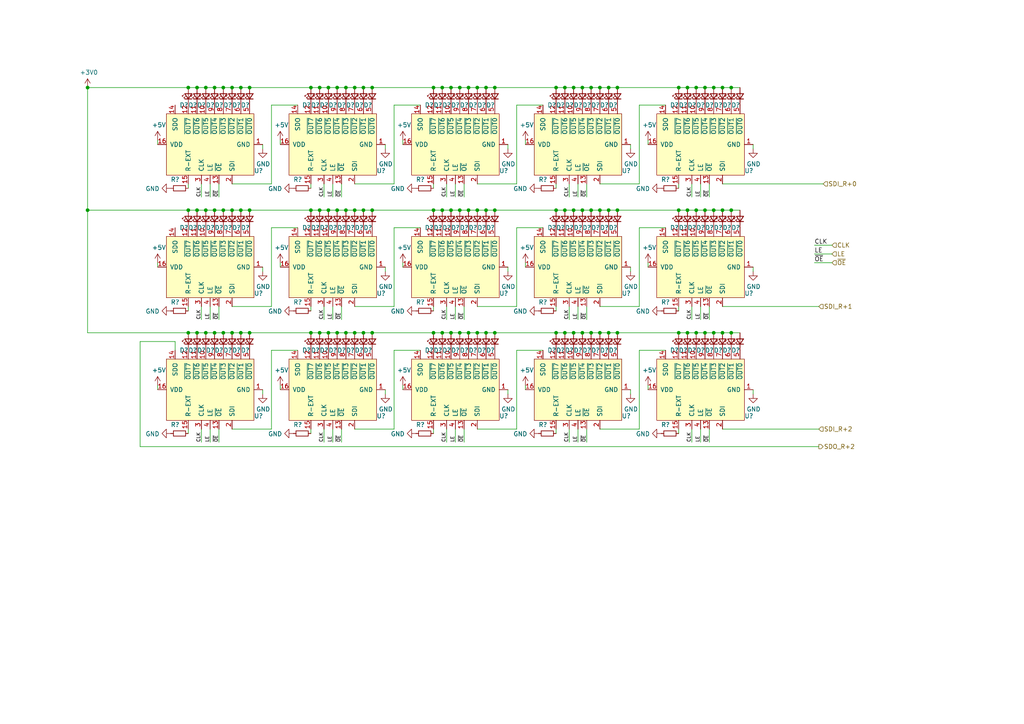
<source format=kicad_sch>
(kicad_sch (version 20211123) (generator eeschema)
  (paper "A4")
  (lib_symbols
    (symbol "Device:LED_Small" (pin_numbers hide) (pin_names (offset 0.254) hide)
      (property "Reference" "D" (at -1.27 3.175 0))
      (property "Value" "LED_Small" (at -4.445 -2.54 0))
      (symbol "LED_Small_0_1"
        (polyline (pts (xy -0.762 -1.016) (xy -0.762 1.016)) (stroke (width 0.254)))
        (polyline (pts (xy 1.016 0) (xy -0.762 0)))
        (polyline (pts (xy 0.762 -1.016) (xy -0.762 0) (xy 0.762 1.016) (xy 0.762 -1.016)) (stroke (width 0.254)))
        (polyline (pts (xy 0 0.762) (xy -0.508 1.27) (xy -0.254 1.27) (xy -0.508 1.27) (xy -0.508 1.016)))
        (polyline (pts (xy 0.508 1.27) (xy 0 1.778) (xy 0.254 1.778) (xy 0 1.778) (xy 0 1.524)))
      )
      (symbol "LED_Small_1_1"
        (pin passive line (at -2.54 0 0) (length 1.778) (name "K") (number "1"))
        (pin passive line (at 2.54 0 180) (length 1.778) (name "A") (number "2"))
      )
    )
    (symbol "Device:R_Small" (pin_numbers hide) (pin_names (offset 0.254) hide)
      (property "Reference" "R" (at 0.762 0.508 0))
      (property "Value" "R_Small" (at 0.762 -1.016 0))
      (symbol "R_Small_0_1"
        (rectangle (start -0.762 1.778) (end 0.762 -1.778) (stroke (width 0.2032)))
      )
      (symbol "R_Small_1_1"
        (pin passive line (at 0 2.54 270) (length 0.762) (name "~") (number "1"))
        (pin passive line (at 0 -2.54 90) (length 0.762) (name "~") (number "2"))
      )
    )
    (symbol "LedMatrixBusLarge-rescue:MBI5167G-LedDriverIc" (pin_names (offset 1.016))
      (property "Reference" "U" (at 2.54 13.97 0))
      (property "Value" "MBI5167G-LedDriverIc" (at -7.62 13.97 0))
      (symbol "MBI5167G-LedDriverIc_0_1"
        (rectangle (start 8.89 12.7) (end -8.89 -12.7) (fill (type background)))
      )
      (symbol "MBI5167G-LedDriverIc_1_1"
        (pin power_in line (at 0 -15.24 90) (length 2.54) (name "GND") (number "1"))
        (pin output line (at 11.43 1.27 180) (length 2.54) (name "~{OUT5}") (number "10"))
        (pin output line (at 11.43 3.81 180) (length 2.54) (name "~{OUT6}") (number "11"))
        (pin output line (at 11.43 6.35 180) (length 2.54) (name "~{OUT7}") (number "12"))
        (pin input line (at -11.43 -2.54 0) (length 2.54) (name "~{OE}") (number "13"))
        (pin output line (at 11.43 10.16 180) (length 2.54) (name "SDO") (number "14"))
        (pin passive line (at -11.43 6.35 0) (length 2.54) (name "R-EXT") (number "15"))
        (pin power_in line (at 0 15.24 270) (length 2.54) (name "VDD") (number "16"))
        (pin input line (at -11.43 -6.35 0) (length 2.54) (name "SDI") (number "2"))
        (pin input line (at -11.43 2.54 0) (length 2.54) (name "CLK") (number "3"))
        (pin input line (at -11.43 0 0) (length 2.54) (name "LE") (number "4"))
        (pin output line (at 11.43 -11.43 180) (length 2.54) (name "~{OUT0}") (number "5"))
        (pin output line (at 11.43 -8.89 180) (length 2.54) (name "~{OUT1}") (number "6"))
        (pin output line (at 11.43 -6.35 180) (length 2.54) (name "~{OUT2}") (number "7"))
        (pin output line (at 11.43 -3.81 180) (length 2.54) (name "~{OUT3}") (number "8"))
        (pin output line (at 11.43 -1.27 180) (length 2.54) (name "~{OUT4}") (number "9"))
      )
    )
    (symbol "power:+3V0" (power) (pin_names (offset 0))
      (property "Value" "+3V0" (at 0 3.556 0))
      (symbol "+3V0_0_1"
        (polyline (pts (xy -0.762 1.27) (xy 0 2.54)))
        (polyline (pts (xy 0 0) (xy 0 2.54)))
        (polyline (pts (xy 0 2.54) (xy 0.762 1.27)))
      )
      (symbol "+3V0_1_1"
        (pin power_in line (at 0 0 90) (length 0) hide (name "+3V0") (number "1"))
      )
    )
    (symbol "power:+5V" (power) (pin_names (offset 0))
      (property "Value" "+5V" (at 0 3.556 0))
      (symbol "+5V_0_1"
        (polyline (pts (xy -0.762 1.27) (xy 0 2.54)))
        (polyline (pts (xy 0 0) (xy 0 2.54)))
        (polyline (pts (xy 0 2.54) (xy 0.762 1.27)))
      )
      (symbol "+5V_1_1"
        (pin power_in line (at 0 0 90) (length 0) hide (name "+5V") (number "1"))
      )
    )
    (symbol "power:GND" (power) (pin_names (offset 0))
      (property "Value" "GND" (at 0 -3.81 0))
      (symbol "GND_0_1"
        (polyline (pts (xy 0 0) (xy 0 -1.27) (xy 1.27 -1.27) (xy 0 -2.54) (xy -1.27 -1.27) (xy 0 -1.27)))
      )
      (symbol "GND_1_1"
        (pin power_in line (at 0 0 270) (length 0) hide (name "GND") (number "1"))
      )
    )
  )
  (junction (at 171.45 96.52))
  (junction (at 72.39 60.96))
  (junction (at 92.71 60.96))
  (junction (at 62.23 25.4))
  (junction (at 207.01 96.52))
  (junction (at 95.25 25.4))
  (junction (at 92.71 96.52))
  (junction (at 168.91 60.96))
  (junction (at 25.4 25.4))
  (junction (at 69.85 96.52))
  (junction (at 54.61 60.96))
  (junction (at 95.25 96.52))
  (junction (at 176.53 96.52))
  (junction (at 130.81 25.4))
  (junction (at 199.39 60.96))
  (junction (at 171.45 25.4))
  (junction (at 135.89 60.96))
  (junction (at 199.39 25.4))
  (junction (at 204.47 60.96))
  (junction (at 128.27 96.52))
  (junction (at 173.99 60.96))
  (junction (at 130.81 60.96))
  (junction (at 163.83 96.52))
  (junction (at 196.85 25.4))
  (junction (at 92.71 25.4))
  (junction (at 176.53 25.4))
  (junction (at 207.01 25.4))
  (junction (at 140.97 96.52))
  (junction (at 161.29 25.4))
  (junction (at 95.25 60.96))
  (junction (at 97.79 25.4))
  (junction (at 199.39 96.52))
  (junction (at 105.41 25.4))
  (junction (at 128.27 25.4))
  (junction (at 67.31 25.4))
  (junction (at 207.01 60.96))
  (junction (at 57.15 25.4))
  (junction (at 212.09 60.96))
  (junction (at 100.33 96.52))
  (junction (at 196.85 96.52))
  (junction (at 128.27 60.96))
  (junction (at 140.97 60.96))
  (junction (at 97.79 96.52))
  (junction (at 105.41 96.52))
  (junction (at 64.77 96.52))
  (junction (at 72.39 25.4))
  (junction (at 138.43 96.52))
  (junction (at 97.79 60.96))
  (junction (at 130.81 96.52))
  (junction (at 143.51 60.96))
  (junction (at 143.51 96.52))
  (junction (at 67.31 96.52))
  (junction (at 67.31 60.96))
  (junction (at 125.73 96.52))
  (junction (at 173.99 25.4))
  (junction (at 201.93 96.52))
  (junction (at 209.55 96.52))
  (junction (at 166.37 60.96))
  (junction (at 179.07 60.96))
  (junction (at 64.77 60.96))
  (junction (at 212.09 96.52))
  (junction (at 100.33 25.4))
  (junction (at 201.93 60.96))
  (junction (at 133.35 25.4))
  (junction (at 72.39 96.52))
  (junction (at 204.47 96.52))
  (junction (at 107.95 60.96))
  (junction (at 168.91 96.52))
  (junction (at 62.23 96.52))
  (junction (at 135.89 96.52))
  (junction (at 90.17 25.4))
  (junction (at 168.91 25.4))
  (junction (at 163.83 25.4))
  (junction (at 135.89 25.4))
  (junction (at 54.61 96.52))
  (junction (at 179.07 96.52))
  (junction (at 105.41 60.96))
  (junction (at 57.15 96.52))
  (junction (at 57.15 60.96))
  (junction (at 100.33 60.96))
  (junction (at 102.87 60.96))
  (junction (at 102.87 96.52))
  (junction (at 133.35 60.96))
  (junction (at 107.95 96.52))
  (junction (at 209.55 25.4))
  (junction (at 90.17 60.96))
  (junction (at 171.45 60.96))
  (junction (at 204.47 25.4))
  (junction (at 125.73 60.96))
  (junction (at 107.95 25.4))
  (junction (at 161.29 60.96))
  (junction (at 166.37 96.52))
  (junction (at 179.07 25.4))
  (junction (at 166.37 25.4))
  (junction (at 59.69 96.52))
  (junction (at 138.43 25.4))
  (junction (at 196.85 60.96))
  (junction (at 125.73 25.4))
  (junction (at 140.97 25.4))
  (junction (at 143.51 25.4))
  (junction (at 138.43 60.96))
  (junction (at 69.85 60.96))
  (junction (at 54.61 25.4))
  (junction (at 176.53 60.96))
  (junction (at 64.77 25.4))
  (junction (at 90.17 96.52))
  (junction (at 161.29 96.52))
  (junction (at 62.23 60.96))
  (junction (at 133.35 96.52))
  (junction (at 163.83 60.96))
  (junction (at 59.69 25.4))
  (junction (at 69.85 25.4))
  (junction (at 173.99 96.52))
  (junction (at 25.4 60.96))
  (junction (at 212.09 25.4))
  (junction (at 201.93 25.4))
  (junction (at 59.69 60.96))
  (junction (at 102.87 25.4))
  (junction (at 209.55 60.96))
  (wire (pts (xy 50.8 99.06) (xy 40.64 99.06)))
  (wire (pts (xy 90.17 60.96) (xy 72.39 60.96)))
  (wire (pts (xy 182.88 113.03) (xy 182.88 114.3)))
  (wire (pts (xy 130.81 25.4) (xy 133.35 25.4)))
  (wire (pts (xy 54.61 96.52) (xy 57.15 96.52)))
  (wire (pts (xy 196.85 60.96) (xy 179.07 60.96)))
  (wire (pts (xy 147.32 113.03) (xy 147.32 114.3)))
  (wire (pts (xy 67.31 96.52) (xy 69.85 96.52)))
  (wire (pts (xy 95.25 25.4) (xy 97.79 25.4)))
  (wire (pts (xy 170.18 124.46) (xy 170.18 128.27)))
  (wire (pts (xy 59.69 96.52) (xy 62.23 96.52)))
  (wire (pts (xy 205.74 53.34) (xy 205.74 57.15)))
  (wire (pts (xy 152.4 40.64) (xy 152.4 41.91)))
  (wire (pts (xy 86.36 30.48) (xy 78.74 30.48)))
  (wire (pts (xy 100.33 60.96) (xy 102.87 60.96)))
  (wire (pts (xy 45.72 76.2) (xy 45.72 77.47)))
  (wire (pts (xy 170.18 88.9) (xy 170.18 92.71)))
  (wire (pts (xy 205.74 124.46) (xy 205.74 128.27)))
  (wire (pts (xy 92.71 60.96) (xy 95.25 60.96)))
  (wire (pts (xy 54.61 60.96) (xy 57.15 60.96)))
  (wire (pts (xy 81.28 76.2) (xy 81.28 77.47)))
  (wire (pts (xy 93.98 53.34) (xy 93.98 57.15)))
  (wire (pts (xy 196.85 90.17) (xy 196.85 88.9)))
  (wire (pts (xy 96.52 88.9) (xy 96.52 92.71)))
  (wire (pts (xy 185.42 53.34) (xy 173.99 53.34)))
  (wire (pts (xy 241.3 73.66) (xy 236.22 73.66)))
  (wire (pts (xy 62.23 96.52) (xy 64.77 96.52)))
  (wire (pts (xy 203.2 124.46) (xy 203.2 128.27)))
  (wire (pts (xy 207.01 96.52) (xy 209.55 96.52)))
  (wire (pts (xy 125.73 25.4) (xy 107.95 25.4)))
  (wire (pts (xy 58.42 88.9) (xy 58.42 92.71)))
  (wire (pts (xy 149.86 53.34) (xy 138.43 53.34)))
  (wire (pts (xy 193.04 66.04) (xy 185.42 66.04)))
  (wire (pts (xy 140.97 96.52) (xy 143.51 96.52)))
  (wire (pts (xy 125.73 90.17) (xy 125.73 88.9)))
  (wire (pts (xy 100.33 25.4) (xy 102.87 25.4)))
  (wire (pts (xy 203.2 88.9) (xy 203.2 92.71)))
  (wire (pts (xy 135.89 25.4) (xy 138.43 25.4)))
  (wire (pts (xy 168.91 96.52) (xy 171.45 96.52)))
  (wire (pts (xy 176.53 60.96) (xy 179.07 60.96)))
  (wire (pts (xy 171.45 96.52) (xy 173.99 96.52)))
  (wire (pts (xy 69.85 25.4) (xy 72.39 25.4)))
  (wire (pts (xy 165.1 88.9) (xy 165.1 92.71)))
  (wire (pts (xy 90.17 90.17) (xy 90.17 88.9)))
  (wire (pts (xy 102.87 96.52) (xy 105.41 96.52)))
  (wire (pts (xy 196.85 25.4) (xy 199.39 25.4)))
  (wire (pts (xy 212.09 96.52) (xy 214.63 96.52)))
  (wire (pts (xy 116.84 40.64) (xy 116.84 41.91)))
  (wire (pts (xy 218.44 113.03) (xy 218.44 114.3)))
  (wire (pts (xy 241.3 76.2) (xy 236.22 76.2)))
  (wire (pts (xy 125.73 96.52) (xy 107.95 96.52)))
  (wire (pts (xy 182.88 77.47) (xy 182.88 78.74)))
  (wire (pts (xy 96.52 53.34) (xy 96.52 57.15)))
  (wire (pts (xy 209.55 96.52) (xy 212.09 96.52)))
  (wire (pts (xy 187.96 111.76) (xy 187.96 113.03)))
  (wire (pts (xy 114.3 124.46) (xy 102.87 124.46)))
  (wire (pts (xy 129.54 88.9) (xy 129.54 92.71)))
  (wire (pts (xy 78.74 66.04) (xy 78.74 88.9)))
  (wire (pts (xy 78.74 30.48) (xy 78.74 53.34)))
  (wire (pts (xy 25.4 60.96) (xy 25.4 96.52)))
  (wire (pts (xy 149.86 66.04) (xy 149.86 88.9)))
  (wire (pts (xy 86.36 101.6) (xy 78.74 101.6)))
  (wire (pts (xy 57.15 96.52) (xy 59.69 96.52)))
  (wire (pts (xy 86.36 66.04) (xy 78.74 66.04)))
  (wire (pts (xy 161.29 60.96) (xy 163.83 60.96)))
  (wire (pts (xy 167.64 53.34) (xy 167.64 57.15)))
  (wire (pts (xy 161.29 125.73) (xy 161.29 124.46)))
  (wire (pts (xy 125.73 54.61) (xy 125.73 53.34)))
  (wire (pts (xy 92.71 25.4) (xy 95.25 25.4)))
  (wire (pts (xy 90.17 125.73) (xy 90.17 124.46)))
  (wire (pts (xy 196.85 25.4) (xy 179.07 25.4)))
  (wire (pts (xy 149.86 88.9) (xy 138.43 88.9)))
  (wire (pts (xy 129.54 53.34) (xy 129.54 57.15)))
  (wire (pts (xy 147.32 41.91) (xy 147.32 43.18)))
  (wire (pts (xy 207.01 60.96) (xy 209.55 60.96)))
  (wire (pts (xy 78.74 124.46) (xy 67.31 124.46)))
  (wire (pts (xy 116.84 111.76) (xy 116.84 113.03)))
  (wire (pts (xy 238.76 53.34) (xy 209.55 53.34)))
  (wire (pts (xy 54.61 125.73) (xy 54.61 124.46)))
  (wire (pts (xy 62.23 60.96) (xy 64.77 60.96)))
  (wire (pts (xy 161.29 54.61) (xy 161.29 53.34)))
  (wire (pts (xy 105.41 96.52) (xy 107.95 96.52)))
  (wire (pts (xy 45.72 40.64) (xy 45.72 41.91)))
  (wire (pts (xy 199.39 60.96) (xy 201.93 60.96)))
  (wire (pts (xy 57.15 60.96) (xy 59.69 60.96)))
  (wire (pts (xy 199.39 25.4) (xy 201.93 25.4)))
  (wire (pts (xy 161.29 25.4) (xy 163.83 25.4)))
  (wire (pts (xy 111.76 113.03) (xy 111.76 114.3)))
  (wire (pts (xy 62.23 25.4) (xy 64.77 25.4)))
  (wire (pts (xy 204.47 25.4) (xy 207.01 25.4)))
  (wire (pts (xy 64.77 60.96) (xy 67.31 60.96)))
  (wire (pts (xy 102.87 60.96) (xy 105.41 60.96)))
  (wire (pts (xy 157.48 101.6) (xy 149.86 101.6)))
  (wire (pts (xy 163.83 60.96) (xy 166.37 60.96)))
  (wire (pts (xy 90.17 96.52) (xy 72.39 96.52)))
  (wire (pts (xy 69.85 60.96) (xy 72.39 60.96)))
  (wire (pts (xy 130.81 60.96) (xy 133.35 60.96)))
  (wire (pts (xy 133.35 96.52) (xy 135.89 96.52)))
  (wire (pts (xy 93.98 124.46) (xy 93.98 128.27)))
  (wire (pts (xy 193.04 101.6) (xy 185.42 101.6)))
  (wire (pts (xy 140.97 25.4) (xy 143.51 25.4)))
  (wire (pts (xy 54.61 25.4) (xy 57.15 25.4)))
  (wire (pts (xy 40.64 129.54) (xy 237.49 129.54)))
  (wire (pts (xy 212.09 25.4) (xy 214.63 25.4)))
  (wire (pts (xy 129.54 124.46) (xy 129.54 128.27)))
  (wire (pts (xy 54.61 60.96) (xy 25.4 60.96)))
  (wire (pts (xy 99.06 53.34) (xy 99.06 57.15)))
  (wire (pts (xy 58.42 53.34) (xy 58.42 57.15)))
  (wire (pts (xy 152.4 76.2) (xy 152.4 77.47)))
  (wire (pts (xy 59.69 25.4) (xy 62.23 25.4)))
  (wire (pts (xy 166.37 60.96) (xy 168.91 60.96)))
  (wire (pts (xy 167.64 124.46) (xy 167.64 128.27)))
  (wire (pts (xy 201.93 96.52) (xy 204.47 96.52)))
  (wire (pts (xy 92.71 96.52) (xy 95.25 96.52)))
  (wire (pts (xy 134.62 53.34) (xy 134.62 57.15)))
  (wire (pts (xy 57.15 25.4) (xy 59.69 25.4)))
  (wire (pts (xy 173.99 25.4) (xy 176.53 25.4)))
  (wire (pts (xy 125.73 60.96) (xy 107.95 60.96)))
  (wire (pts (xy 81.28 40.64) (xy 81.28 41.91)))
  (wire (pts (xy 196.85 96.52) (xy 199.39 96.52)))
  (wire (pts (xy 63.5 124.46) (xy 63.5 128.27)))
  (wire (pts (xy 185.42 124.46) (xy 173.99 124.46)))
  (wire (pts (xy 114.3 88.9) (xy 102.87 88.9)))
  (wire (pts (xy 132.08 88.9) (xy 132.08 92.71)))
  (wire (pts (xy 204.47 60.96) (xy 207.01 60.96)))
  (wire (pts (xy 90.17 96.52) (xy 92.71 96.52)))
  (wire (pts (xy 121.92 101.6) (xy 114.3 101.6)))
  (wire (pts (xy 196.85 96.52) (xy 179.07 96.52)))
  (wire (pts (xy 90.17 25.4) (xy 92.71 25.4)))
  (wire (pts (xy 50.8 99.06) (xy 50.8 101.6)))
  (wire (pts (xy 64.77 25.4) (xy 67.31 25.4)))
  (wire (pts (xy 149.86 124.46) (xy 138.43 124.46)))
  (wire (pts (xy 196.85 54.61) (xy 196.85 53.34)))
  (wire (pts (xy 130.81 96.52) (xy 133.35 96.52)))
  (wire (pts (xy 168.91 25.4) (xy 171.45 25.4)))
  (wire (pts (xy 93.98 88.9) (xy 93.98 92.71)))
  (wire (pts (xy 133.35 25.4) (xy 135.89 25.4)))
  (wire (pts (xy 171.45 60.96) (xy 173.99 60.96)))
  (wire (pts (xy 187.96 40.64) (xy 187.96 41.91)))
  (wire (pts (xy 76.2 43.18) (xy 76.2 41.91)))
  (wire (pts (xy 185.42 30.48) (xy 185.42 53.34)))
  (wire (pts (xy 149.86 30.48) (xy 149.86 53.34)))
  (wire (pts (xy 67.31 60.96) (xy 69.85 60.96)))
  (wire (pts (xy 165.1 124.46) (xy 165.1 128.27)))
  (wire (pts (xy 90.17 60.96) (xy 92.71 60.96)))
  (wire (pts (xy 241.3 71.12) (xy 236.22 71.12)))
  (wire (pts (xy 201.93 25.4) (xy 204.47 25.4)))
  (wire (pts (xy 97.79 25.4) (xy 100.33 25.4)))
  (wire (pts (xy 45.72 111.76) (xy 45.72 113.03)))
  (wire (pts (xy 78.74 53.34) (xy 67.31 53.34)))
  (wire (pts (xy 196.85 60.96) (xy 199.39 60.96)))
  (wire (pts (xy 134.62 88.9) (xy 134.62 92.71)))
  (wire (pts (xy 60.96 88.9) (xy 60.96 92.71)))
  (wire (pts (xy 125.73 96.52) (xy 128.27 96.52)))
  (wire (pts (xy 168.91 60.96) (xy 171.45 60.96)))
  (wire (pts (xy 128.27 60.96) (xy 130.81 60.96)))
  (wire (pts (xy 212.09 60.96) (xy 214.63 60.96)))
  (wire (pts (xy 99.06 124.46) (xy 99.06 128.27)))
  (wire (pts (xy 125.73 125.73) (xy 125.73 124.46)))
  (wire (pts (xy 133.35 60.96) (xy 135.89 60.96)))
  (wire (pts (xy 60.96 53.34) (xy 60.96 57.15)))
  (wire (pts (xy 54.61 96.52) (xy 25.4 96.52)))
  (wire (pts (xy 187.96 76.2) (xy 187.96 77.47)))
  (wire (pts (xy 78.74 88.9) (xy 67.31 88.9)))
  (wire (pts (xy 63.5 88.9) (xy 63.5 92.71)))
  (wire (pts (xy 135.89 96.52) (xy 138.43 96.52)))
  (wire (pts (xy 161.29 25.4) (xy 143.51 25.4)))
  (wire (pts (xy 54.61 90.17) (xy 54.61 88.9)))
  (wire (pts (xy 63.5 53.34) (xy 63.5 57.15)))
  (wire (pts (xy 196.85 125.73) (xy 196.85 124.46)))
  (wire (pts (xy 116.84 76.2) (xy 116.84 77.47)))
  (wire (pts (xy 114.3 66.04) (xy 114.3 88.9)))
  (wire (pts (xy 207.01 25.4) (xy 209.55 25.4)))
  (wire (pts (xy 185.42 101.6) (xy 185.42 124.46)))
  (wire (pts (xy 114.3 101.6) (xy 114.3 124.46)))
  (wire (pts (xy 185.42 66.04) (xy 185.42 88.9)))
  (wire (pts (xy 132.08 53.34) (xy 132.08 57.15)))
  (wire (pts (xy 200.66 124.46) (xy 200.66 128.27)))
  (wire (pts (xy 163.83 25.4) (xy 166.37 25.4)))
  (wire (pts (xy 200.66 88.9) (xy 200.66 92.71)))
  (wire (pts (xy 203.2 53.34) (xy 203.2 57.15)))
  (wire (pts (xy 218.44 77.47) (xy 218.44 78.74)))
  (wire (pts (xy 157.48 66.04) (xy 149.86 66.04)))
  (wire (pts (xy 166.37 96.52) (xy 168.91 96.52)))
  (wire (pts (xy 111.76 41.91) (xy 111.76 43.18)))
  (wire (pts (xy 147.32 77.47) (xy 147.32 78.74)))
  (wire (pts (xy 132.08 124.46) (xy 132.08 128.27)))
  (wire (pts (xy 128.27 96.52) (xy 130.81 96.52)))
  (wire (pts (xy 166.37 25.4) (xy 168.91 25.4)))
  (wire (pts (xy 111.76 77.47) (xy 111.76 78.74)))
  (wire (pts (xy 161.29 96.52) (xy 163.83 96.52)))
  (wire (pts (xy 69.85 96.52) (xy 72.39 96.52)))
  (wire (pts (xy 209.55 88.9) (xy 237.49 88.9)))
  (wire (pts (xy 128.27 25.4) (xy 130.81 25.4)))
  (wire (pts (xy 125.73 25.4) (xy 128.27 25.4)))
  (wire (pts (xy 209.55 124.46) (xy 237.49 124.46)))
  (wire (pts (xy 201.93 60.96) (xy 204.47 60.96)))
  (wire (pts (xy 58.42 124.46) (xy 58.42 128.27)))
  (wire (pts (xy 95.25 96.52) (xy 97.79 96.52)))
  (wire (pts (xy 121.92 66.04) (xy 114.3 66.04)))
  (wire (pts (xy 95.25 60.96) (xy 97.79 60.96)))
  (wire (pts (xy 161.29 90.17) (xy 161.29 88.9)))
  (wire (pts (xy 193.04 30.48) (xy 185.42 30.48)))
  (wire (pts (xy 176.53 96.52) (xy 179.07 96.52)))
  (wire (pts (xy 140.97 60.96) (xy 143.51 60.96)))
  (wire (pts (xy 114.3 53.34) (xy 102.87 53.34)))
  (wire (pts (xy 200.66 53.34) (xy 200.66 57.15)))
  (wire (pts (xy 204.47 96.52) (xy 207.01 96.52)))
  (wire (pts (xy 125.73 60.96) (xy 128.27 60.96)))
  (wire (pts (xy 170.18 53.34) (xy 170.18 57.15)))
  (wire (pts (xy 81.28 111.76) (xy 81.28 113.03)))
  (wire (pts (xy 60.96 124.46) (xy 60.96 128.27)))
  (wire (pts (xy 76.2 78.74) (xy 76.2 77.47)))
  (wire (pts (xy 97.79 60.96) (xy 100.33 60.96)))
  (wire (pts (xy 176.53 25.4) (xy 179.07 25.4)))
  (wire (pts (xy 167.64 88.9) (xy 167.64 92.71)))
  (wire (pts (xy 121.92 30.48) (xy 114.3 30.48)))
  (wire (pts (xy 209.55 25.4) (xy 212.09 25.4)))
  (wire (pts (xy 25.4 25.4) (xy 25.4 60.96)))
  (wire (pts (xy 205.74 88.9) (xy 205.74 92.71)))
  (wire (pts (xy 199.39 96.52) (xy 201.93 96.52)))
  (wire (pts (xy 138.43 96.52) (xy 140.97 96.52)))
  (wire (pts (xy 90.17 54.61) (xy 90.17 53.34)))
  (wire (pts (xy 25.4 25.4) (xy 54.61 25.4)))
  (wire (pts (xy 161.29 96.52) (xy 143.51 96.52)))
  (wire (pts (xy 209.55 60.96) (xy 212.09 60.96)))
  (wire (pts (xy 40.64 99.06) (xy 40.64 129.54)))
  (wire (pts (xy 99.06 88.9) (xy 99.06 92.71)))
  (wire (pts (xy 97.79 96.52) (xy 100.33 96.52)))
  (wire (pts (xy 134.62 124.46) (xy 134.62 128.27)))
  (wire (pts (xy 163.83 96.52) (xy 166.37 96.52)))
  (wire (pts (xy 157.48 30.48) (xy 149.86 30.48)))
  (wire (pts (xy 149.86 101.6) (xy 149.86 124.46)))
  (wire (pts (xy 105.41 25.4) (xy 107.95 25.4)))
  (wire (pts (xy 173.99 60.96) (xy 176.53 60.96)))
  (wire (pts (xy 67.31 25.4) (xy 69.85 25.4)))
  (wire (pts (xy 100.33 96.52) (xy 102.87 96.52)))
  (wire (pts (xy 182.88 41.91) (xy 182.88 43.18)))
  (wire (pts (xy 135.89 60.96) (xy 138.43 60.96)))
  (wire (pts (xy 171.45 25.4) (xy 173.99 25.4)))
  (wire (pts (xy 138.43 25.4) (xy 140.97 25.4)))
  (wire (pts (xy 59.69 60.96) (xy 62.23 60.96)))
  (wire (pts (xy 185.42 88.9) (xy 173.99 88.9)))
  (wire (pts (xy 114.3 30.48) (xy 114.3 53.34)))
  (wire (pts (xy 72.39 25.4) (xy 90.17 25.4)))
  (wire (pts (xy 138.43 60.96) (xy 140.97 60.96)))
  (wire (pts (xy 165.1 53.34) (xy 165.1 57.15)))
  (wire (pts (xy 76.2 114.3) (xy 76.2 113.03)))
  (wire (pts (xy 218.44 41.91) (xy 218.44 43.18)))
  (wire (pts (xy 78.74 101.6) (xy 78.74 124.46)))
  (wire (pts (xy 102.87 25.4) (xy 105.41 25.4)))
  (wire (pts (xy 105.41 60.96) (xy 107.95 60.96)))
  (wire (pts (xy 173.99 96.52) (xy 176.53 96.52)))
  (wire (pts (xy 54.61 54.61) (xy 54.61 53.34)))
  (wire (pts (xy 152.4 111.76) (xy 152.4 113.03)))
  (wire (pts (xy 64.77 96.52) (xy 67.31 96.52)))
  (wire (pts (xy 161.29 60.96) (xy 143.51 60.96)))
  (wire (pts (xy 96.52 124.46) (xy 96.52 128.27)))
  (label "~{OE}" (at 170.18 128.27 90) (effects (font (size 0.9906 0.9906))))
  (label "LE" (at 203.2 92.71 90) (effects (font (size 0.9906 0.9906))))
  (label "LE" (at 60.96 57.15 90) (effects (font (size 0.9906 0.9906))))
  (label "~{OE}" (at 63.5 128.27 90) (effects (font (size 0.9906 0.9906))))
  (label "LE" (at 96.52 128.27 90) (effects (font (size 0.9906 0.9906))))
  (label "CLK" (at 58.42 128.27 90) (effects (font (size 0.9906 0.9906))))
  (label "CLK" (at 165.1 128.27 90) (effects (font (size 0.9906 0.9906))))
  (label "~{OE}" (at 170.18 92.71 90) (effects (font (size 0.9906 0.9906))))
  (label "CLK" (at 236.22 71.12 0))
  (label "LE" (at 167.64 92.71 90) (effects (font (size 0.9906 0.9906))))
  (label "~{OE}" (at 236.22 76.2 0))
  (label "LE" (at 60.96 128.27 90) (effects (font (size 0.9906 0.9906))))
  (label "LE" (at 96.52 57.15 90) (effects (font (size 0.9906 0.9906))))
  (label "~{OE}" (at 63.5 92.71 90) (effects (font (size 0.9906 0.9906))))
  (label "CLK" (at 93.98 92.71 90) (effects (font (size 0.9906 0.9906))))
  (label "~{OE}" (at 99.06 57.15 90) (effects (font (size 0.9906 0.9906))))
  (label "LE" (at 167.64 128.27 90) (effects (font (size 0.9906 0.9906))))
  (label "CLK" (at 58.42 57.15 90) (effects (font (size 0.9906 0.9906))))
  (label "~{OE}" (at 205.74 92.71 90) (effects (font (size 0.9906 0.9906))))
  (label "CLK" (at 200.66 128.27 90) (effects (font (size 0.9906 0.9906))))
  (label "~{OE}" (at 170.18 57.15 90) (effects (font (size 0.9906 0.9906))))
  (label "LE" (at 203.2 128.27 90) (effects (font (size 0.9906 0.9906))))
  (label "~{OE}" (at 205.74 57.15 90) (effects (font (size 0.9906 0.9906))))
  (label "~{OE}" (at 99.06 128.27 90) (effects (font (size 0.9906 0.9906))))
  (label "LE" (at 60.96 92.71 90) (effects (font (size 0.9906 0.9906))))
  (label "CLK" (at 200.66 57.15 90) (effects (font (size 0.9906 0.9906))))
  (label "LE" (at 132.08 92.71 90) (effects (font (size 0.9906 0.9906))))
  (label "~{OE}" (at 205.74 128.27 90) (effects (font (size 0.9906 0.9906))))
  (label "CLK" (at 129.54 92.71 90) (effects (font (size 0.9906 0.9906))))
  (label "CLK" (at 200.66 92.71 90) (effects (font (size 0.9906 0.9906))))
  (label "CLK" (at 93.98 57.15 90) (effects (font (size 0.9906 0.9906))))
  (label "LE" (at 96.52 92.71 90) (effects (font (size 0.9906 0.9906))))
  (label "~{OE}" (at 134.62 57.15 90) (effects (font (size 0.9906 0.9906))))
  (label "LE" (at 167.64 57.15 90) (effects (font (size 0.9906 0.9906))))
  (label "CLK" (at 165.1 57.15 90) (effects (font (size 0.9906 0.9906))))
  (label "~{OE}" (at 99.06 92.71 90) (effects (font (size 0.9906 0.9906))))
  (label "~{OE}" (at 63.5 57.15 90) (effects (font (size 0.9906 0.9906))))
  (label "~{OE}" (at 134.62 128.27 90) (effects (font (size 0.9906 0.9906))))
  (label "CLK" (at 93.98 128.27 90) (effects (font (size 0.9906 0.9906))))
  (label "LE" (at 132.08 57.15 90) (effects (font (size 0.9906 0.9906))))
  (label "LE" (at 236.22 73.66 0))
  (label "CLK" (at 58.42 92.71 90) (effects (font (size 0.9906 0.9906))))
  (label "CLK" (at 165.1 92.71 90) (effects (font (size 0.9906 0.9906))))
  (label "CLK" (at 129.54 128.27 90) (effects (font (size 0.9906 0.9906))))
  (label "CLK" (at 129.54 57.15 90) (effects (font (size 0.9906 0.9906))))
  (label "LE" (at 203.2 57.15 90) (effects (font (size 0.9906 0.9906))))
  (label "LE" (at 132.08 128.27 90) (effects (font (size 0.9906 0.9906))))
  (label "~{OE}" (at 134.62 92.71 90) (effects (font (size 0.9906 0.9906))))
  (hierarchical_label "SDO_R+2" (shape output) (at 237.49 129.54 0))
  (hierarchical_label "SDI_R+2" (shape input) (at 237.49 124.46 0))
  (hierarchical_label "~{OE}" (shape input) (at 241.3 76.2 0))
  (hierarchical_label "SDI_R+0" (shape input) (at 238.76 53.34 0))
  (hierarchical_label "CLK" (shape input) (at 241.3 71.12 0))
  (hierarchical_label "SDI_R+1" (shape input) (at 237.49 88.9 0))
  (hierarchical_label "LE" (shape input) (at 241.3 73.66 0))
  (symbol (lib_id "Device:LED_Small") (at 212.09 27.94 90) (unit 1)
    (property "Reference" "D?" (at 209.55 30.48 90) (effects (justify right)))
  )
  (symbol (lib_id "Device:LED_Small") (at 161.29 99.06 90) (unit 1)
    (property "Reference" "D?" (at 158.75 101.6 90) (effects (justify right)))
  )
  (symbol (lib_id "power:GND") (at 182.88 78.74 0) (unit 1)
    (property "Reference" "#PWR?" (effects hide))
  )
  (symbol (lib_id "Device:LED_Small") (at 97.79 99.06 90) (unit 1)
    (property "Reference" "D?" (at 95.25 101.6 90) (effects (justify right)))
  )
  (symbol (lib_id "LedMatrixBusLarge-rescue:MBI5167G-LedDriverIc") (at 60.96 41.91 90) (unit 1)
    (property "Reference" "U?" (at 73.66 49.53 90) (effects (justify right)))
  )
  (symbol (lib_id "power:+5V") (at 81.28 76.2 0) (unit 1)
    (property "Reference" "#PWR?" (effects hide))
  )
  (symbol (lib_id "Device:LED_Small") (at 140.97 63.5 90) (unit 1)
    (property "Reference" "D?" (at 138.43 66.04 90) (effects (justify right)))
  )
  (symbol (lib_id "Device:LED_Small") (at 196.85 27.94 90) (unit 1)
    (property "Reference" "D?" (at 194.31 30.48 90) (effects (justify right)))
  )
  (symbol (lib_id "Device:LED_Small") (at 163.83 99.06 90) (unit 1)
    (property "Reference" "D?" (at 161.29 101.6 90) (effects (justify right)))
  )
  (symbol (lib_id "Device:LED_Small") (at 143.51 63.5 90) (unit 1)
    (property "Reference" "D?" (at 140.97 66.04 90) (effects (justify right)))
  )
  (symbol (lib_id "Device:LED_Small") (at 161.29 27.94 90) (unit 1)
    (property "Reference" "D?" (at 158.75 30.48 90) (effects (justify right)))
  )
  (symbol (lib_id "Device:LED_Small") (at 166.37 99.06 90) (unit 1)
    (property "Reference" "D?" (at 163.83 101.6 90) (effects (justify right)))
  )
  (symbol (lib_id "Device:LED_Small") (at 179.07 99.06 90) (unit 1)
    (property "Reference" "D?" (at 176.53 101.6 90) (effects (justify right)))
  )
  (symbol (lib_id "Device:LED_Small") (at 64.77 99.06 90) (unit 1)
    (property "Reference" "D?" (at 62.23 101.6 90) (effects (justify right)))
  )
  (symbol (lib_id "Device:LED_Small") (at 64.77 63.5 90) (unit 1)
    (property "Reference" "D?" (at 62.23 66.04 90) (effects (justify right)))
  )
  (symbol (lib_id "LedMatrixBusLarge-rescue:MBI5167G-LedDriverIc") (at 203.2 113.03 90) (unit 1)
    (property "Reference" "U?" (at 215.9 120.65 90) (effects (justify right)))
  )
  (symbol (lib_id "Device:LED_Small") (at 135.89 63.5 90) (unit 1)
    (property "Reference" "D?" (at 133.35 66.04 90) (effects (justify right)))
  )
  (symbol (lib_id "Device:LED_Small") (at 105.41 27.94 90) (unit 1)
    (property "Reference" "D?" (at 102.87 30.48 90) (effects (justify right)))
  )
  (symbol (lib_id "LedMatrixBusLarge-rescue:MBI5167G-LedDriverIc") (at 167.64 113.03 90) (unit 1)
    (property "Reference" "U?" (at 180.34 120.65 90) (effects (justify right)))
  )
  (symbol (lib_id "Device:LED_Small") (at 102.87 27.94 90) (unit 1)
    (property "Reference" "D?" (at 100.33 30.48 90) (effects (justify right)))
  )
  (symbol (lib_id "Device:LED_Small") (at 100.33 27.94 90) (unit 1)
    (property "Reference" "D?" (at 97.79 30.48 90) (effects (justify right)))
  )
  (symbol (lib_id "Device:LED_Small") (at 140.97 99.06 90) (unit 1)
    (property "Reference" "D?" (at 138.43 101.6 90) (effects (justify right)))
  )
  (symbol (lib_id "Device:LED_Small") (at 95.25 63.5 90) (unit 1)
    (property "Reference" "D?" (at 92.71 66.04 90) (effects (justify right)))
  )
  (symbol (lib_id "Device:LED_Small") (at 64.77 27.94 90) (unit 1)
    (property "Reference" "D?" (at 62.23 30.48 90) (effects (justify right)))
  )
  (symbol (lib_id "LedMatrixBusLarge-rescue:MBI5167G-LedDriverIc") (at 132.08 41.91 90) (unit 1)
    (property "Reference" "U?" (at 144.78 49.53 90) (effects (justify right)))
  )
  (symbol (lib_id "Device:LED_Small") (at 214.63 99.06 90) (unit 1)
    (property "Reference" "D?" (at 212.09 101.6 90) (effects (justify right)))
  )
  (symbol (lib_id "Device:LED_Small") (at 102.87 99.06 90) (unit 1)
    (property "Reference" "D?" (at 100.33 101.6 90) (effects (justify right)))
  )
  (symbol (lib_id "Device:R_Small") (at 87.63 54.61 270) (unit 1)
    (property "Reference" "R?" (at 86.36 52.07 90))
  )
  (symbol (lib_id "Device:LED_Small") (at 95.25 99.06 90) (unit 1)
    (property "Reference" "D?" (at 92.71 101.6 90) (effects (justify right)))
  )
  (symbol (lib_id "Device:LED_Small") (at 171.45 99.06 90) (unit 1)
    (property "Reference" "D?" (at 168.91 101.6 90) (effects (justify right)))
  )
  (symbol (lib_id "Device:LED_Small") (at 138.43 99.06 90) (unit 1)
    (property "Reference" "D?" (at 135.89 101.6 90) (effects (justify right)))
  )
  (symbol (lib_id "power:GND") (at 76.2 114.3 0) (unit 1)
    (property "Reference" "#PWR?" (effects hide))
  )
  (symbol (lib_id "LedMatrixBusLarge-rescue:MBI5167G-LedDriverIc") (at 132.08 77.47 90) (unit 1)
    (property "Reference" "U?" (at 144.78 85.09 90) (effects (justify right)))
  )
  (symbol (lib_id "power:GND") (at 111.76 43.18 0) (unit 1)
    (property "Reference" "#PWR?" (effects hide))
  )
  (symbol (lib_id "Device:LED_Small") (at 67.31 99.06 90) (unit 1)
    (property "Reference" "D?" (at 64.77 101.6 90) (effects (justify right)))
  )
  (symbol (lib_id "power:+5V") (at 187.96 76.2 0) (unit 1)
    (property "Reference" "#PWR?" (effects hide))
  )
  (symbol (lib_id "Device:LED_Small") (at 173.99 27.94 90) (unit 1)
    (property "Reference" "D?" (at 171.45 30.48 90) (effects (justify right)))
  )
  (symbol (lib_id "Device:LED_Small") (at 107.95 63.5 90) (unit 1)
    (property "Reference" "D?" (at 105.41 66.04 90) (effects (justify right)))
  )
  (symbol (lib_id "Device:LED_Small") (at 173.99 99.06 90) (unit 1)
    (property "Reference" "D?" (at 171.45 101.6 90) (effects (justify right)))
  )
  (symbol (lib_id "power:GND") (at 191.77 125.73 270) (unit 1)
    (property "Reference" "#PWR?" (effects hide))
  )
  (symbol (lib_id "Device:LED_Small") (at 54.61 99.06 90) (unit 1)
    (property "Reference" "D?" (at 52.07 101.6 90) (effects (justify right)))
  )
  (symbol (lib_id "Device:LED_Small") (at 102.87 63.5 90) (unit 1)
    (property "Reference" "D?" (at 100.33 66.04 90) (effects (justify right)))
  )
  (symbol (lib_id "power:GND") (at 120.65 125.73 270) (unit 1)
    (property "Reference" "#PWR?" (effects hide))
  )
  (symbol (lib_id "power:+5V") (at 116.84 40.64 0) (unit 1)
    (property "Reference" "#PWR?" (effects hide))
  )
  (symbol (lib_id "power:+3V0") (at 25.4 25.4 0) (unit 1)
    (property "Reference" "#PWR?" (effects hide))
  )
  (symbol (lib_id "power:+5V") (at 152.4 40.64 0) (unit 1)
    (property "Reference" "#PWR?" (effects hide))
  )
  (symbol (lib_id "power:+5V") (at 116.84 76.2 0) (unit 1)
    (property "Reference" "#PWR?" (effects hide))
  )
  (symbol (lib_id "Device:LED_Small") (at 176.53 27.94 90) (unit 1)
    (property "Reference" "D?" (at 173.99 30.48 90) (effects (justify right)))
  )
  (symbol (lib_id "Device:LED_Small") (at 163.83 27.94 90) (unit 1)
    (property "Reference" "D?" (at 161.29 30.48 90) (effects (justify right)))
  )
  (symbol (lib_id "Device:LED_Small") (at 125.73 99.06 90) (unit 1)
    (property "Reference" "D?" (at 123.19 101.6 90) (effects (justify right)))
  )
  (symbol (lib_id "Device:LED_Small") (at 199.39 63.5 90) (unit 1)
    (property "Reference" "D?" (at 196.85 66.04 90) (effects (justify right)))
  )
  (symbol (lib_id "Device:LED_Small") (at 166.37 63.5 90) (unit 1)
    (property "Reference" "D?" (at 163.83 66.04 90) (effects (justify right)))
  )
  (symbol (lib_id "Device:LED_Small") (at 207.01 99.06 90) (unit 1)
    (property "Reference" "D?" (at 204.47 101.6 90) (effects (justify right)))
  )
  (symbol (lib_id "LedMatrixBusLarge-rescue:MBI5167G-LedDriverIc") (at 96.52 41.91 90) (unit 1)
    (property "Reference" "U?" (at 109.22 49.53 90) (effects (justify right)))
  )
  (symbol (lib_id "Device:R_Small") (at 158.75 125.73 270) (unit 1)
    (property "Reference" "R?" (at 157.48 123.19 90))
  )
  (symbol (lib_id "Device:LED_Small") (at 107.95 27.94 90) (unit 1)
    (property "Reference" "D?" (at 105.41 30.48 90) (effects (justify right)))
  )
  (symbol (lib_id "Device:R_Small") (at 123.19 90.17 270) (unit 1)
    (property "Reference" "R?" (at 121.92 87.63 90))
  )
  (symbol (lib_id "Device:LED_Small") (at 214.63 63.5 90) (unit 1)
    (property "Reference" "D?" (at 212.09 66.04 90) (effects (justify right)))
  )
  (symbol (lib_id "Device:LED_Small") (at 69.85 27.94 90) (unit 1)
    (property "Reference" "D?" (at 67.31 30.48 90) (effects (justify right)))
  )
  (symbol (lib_id "Device:R_Small") (at 87.63 90.17 270) (unit 1)
    (property "Reference" "R?" (at 86.36 87.63 90))
  )
  (symbol (lib_id "LedMatrixBusLarge-rescue:MBI5167G-LedDriverIc") (at 203.2 41.91 90) (unit 1)
    (property "Reference" "U?" (at 215.9 49.53 90) (effects (justify right)))
  )
  (symbol (lib_id "Device:LED_Small") (at 199.39 27.94 90) (unit 1)
    (property "Reference" "D?" (at 196.85 30.48 90) (effects (justify right)))
  )
  (symbol (lib_id "power:GND") (at 120.65 90.17 270) (unit 1)
    (property "Reference" "#PWR?" (effects hide))
  )
  (symbol (lib_id "power:GND") (at 49.53 125.73 270) (unit 1)
    (property "Reference" "#PWR?" (effects hide))
  )
  (symbol (lib_id "power:GND") (at 147.32 114.3 0) (unit 1)
    (property "Reference" "#PWR?" (effects hide))
  )
  (symbol (lib_id "Device:R_Small") (at 87.63 125.73 270) (unit 1)
    (property "Reference" "R?" (at 86.36 123.19 90))
  )
  (symbol (lib_id "LedMatrixBusLarge-rescue:MBI5167G-LedDriverIc") (at 96.52 77.47 90) (unit 1)
    (property "Reference" "U?" (at 109.22 85.09 90) (effects (justify right)))
  )
  (symbol (lib_id "power:GND") (at 218.44 43.18 0) (unit 1)
    (property "Reference" "#PWR?" (effects hide))
  )
  (symbol (lib_id "Device:R_Small") (at 123.19 125.73 270) (unit 1)
    (property "Reference" "R?" (at 121.92 123.19 90))
  )
  (symbol (lib_id "Device:LED_Small") (at 140.97 27.94 90) (unit 1)
    (property "Reference" "D?" (at 138.43 30.48 90) (effects (justify right)))
  )
  (symbol (lib_id "Device:LED_Small") (at 125.73 63.5 90) (unit 1)
    (property "Reference" "D?" (at 123.19 66.04 90) (effects (justify right)))
  )
  (symbol (lib_id "Device:LED_Small") (at 72.39 99.06 90) (unit 1)
    (property "Reference" "D?" (at 69.85 101.6 90) (effects (justify right)))
  )
  (symbol (lib_id "Device:LED_Small") (at 90.17 99.06 90) (unit 1)
    (property "Reference" "D?" (at 87.63 101.6 90) (effects (justify right)))
  )
  (symbol (lib_id "Device:LED_Small") (at 54.61 27.94 90) (unit 1)
    (property "Reference" "D?" (at 52.07 30.48 90) (effects (justify right)))
  )
  (symbol (lib_id "Device:LED_Small") (at 62.23 99.06 90) (unit 1)
    (property "Reference" "D?" (at 59.69 101.6 90) (effects (justify right)))
  )
  (symbol (lib_id "power:GND") (at 182.88 43.18 0) (unit 1)
    (property "Reference" "#PWR?" (effects hide))
  )
  (symbol (lib_id "power:GND") (at 191.77 90.17 270) (unit 1)
    (property "Reference" "#PWR?" (effects hide))
  )
  (symbol (lib_id "LedMatrixBusLarge-rescue:MBI5167G-LedDriverIc") (at 167.64 41.91 90) (unit 1)
    (property "Reference" "U?" (at 180.34 49.53 90) (effects (justify right)))
  )
  (symbol (lib_id "Device:LED_Small") (at 209.55 63.5 90) (unit 1)
    (property "Reference" "D?" (at 207.01 66.04 90) (effects (justify right)))
  )
  (symbol (lib_id "Device:LED_Small") (at 135.89 27.94 90) (unit 1)
    (property "Reference" "D?" (at 133.35 30.48 90) (effects (justify right)))
  )
  (symbol (lib_id "Device:LED_Small") (at 207.01 63.5 90) (unit 1)
    (property "Reference" "D?" (at 204.47 66.04 90) (effects (justify right)))
  )
  (symbol (lib_id "power:+5V") (at 45.72 111.76 0) (unit 1)
    (property "Reference" "#PWR?" (effects hide))
  )
  (symbol (lib_id "Device:LED_Small") (at 100.33 63.5 90) (unit 1)
    (property "Reference" "D?" (at 97.79 66.04 90) (effects (justify right)))
  )
  (symbol (lib_id "Device:LED_Small") (at 130.81 99.06 90) (unit 1)
    (property "Reference" "D?" (at 128.27 101.6 90) (effects (justify right)))
  )
  (symbol (lib_id "Device:R_Small") (at 158.75 90.17 270) (unit 1)
    (property "Reference" "R?" (at 157.48 87.63 90))
  )
  (symbol (lib_id "Device:LED_Small") (at 201.93 27.94 90) (unit 1)
    (property "Reference" "D?" (at 199.39 30.48 90) (effects (justify right)))
  )
  (symbol (lib_id "power:GND") (at 156.21 90.17 270) (unit 1)
    (property "Reference" "#PWR?" (effects hide))
  )
  (symbol (lib_id "Device:LED_Small") (at 201.93 63.5 90) (unit 1)
    (property "Reference" "D?" (at 199.39 66.04 90) (effects (justify right)))
  )
  (symbol (lib_id "Device:LED_Small") (at 67.31 27.94 90) (unit 1)
    (property "Reference" "D?" (at 64.77 30.48 90) (effects (justify right)))
  )
  (symbol (lib_id "power:+5V") (at 152.4 111.76 0) (unit 1)
    (property "Reference" "#PWR?" (effects hide))
  )
  (symbol (lib_id "power:GND") (at 182.88 114.3 0) (unit 1)
    (property "Reference" "#PWR?" (effects hide))
  )
  (symbol (lib_id "power:GND") (at 156.21 125.73 270) (unit 1)
    (property "Reference" "#PWR?" (effects hide))
  )
  (symbol (lib_id "Device:LED_Small") (at 92.71 99.06 90) (unit 1)
    (property "Reference" "D?" (at 90.17 101.6 90) (effects (justify right)))
  )
  (symbol (lib_id "Device:LED_Small") (at 209.55 27.94 90) (unit 1)
    (property "Reference" "D?" (at 207.01 30.48 90) (effects (justify right)))
  )
  (symbol (lib_id "Device:LED_Small") (at 138.43 27.94 90) (unit 1)
    (property "Reference" "D?" (at 135.89 30.48 90) (effects (justify right)))
  )
  (symbol (lib_id "Device:R_Small") (at 158.75 54.61 270) (unit 1)
    (property "Reference" "R?" (at 157.48 52.07 90))
  )
  (symbol (lib_id "Device:LED_Small") (at 59.69 99.06 90) (unit 1)
    (property "Reference" "D?" (at 57.15 101.6 90) (effects (justify right)))
  )
  (symbol (lib_id "Device:LED_Small") (at 92.71 27.94 90) (unit 1)
    (property "Reference" "D?" (at 90.17 30.48 90) (effects (justify right)))
  )
  (symbol (lib_id "Device:LED_Small") (at 95.25 27.94 90) (unit 1)
    (property "Reference" "D?" (at 92.71 30.48 90) (effects (justify right)))
  )
  (symbol (lib_id "Device:LED_Small") (at 176.53 99.06 90) (unit 1)
    (property "Reference" "D?" (at 173.99 101.6 90) (effects (justify right)))
  )
  (symbol (lib_id "power:GND") (at 218.44 78.74 0) (unit 1)
    (property "Reference" "#PWR?" (effects hide))
  )
  (symbol (lib_id "Device:LED_Small") (at 204.47 63.5 90) (unit 1)
    (property "Reference" "D?" (at 201.93 66.04 90) (effects (justify right)))
  )
  (symbol (lib_id "power:+5V") (at 81.28 111.76 0) (unit 1)
    (property "Reference" "#PWR?" (effects hide))
  )
  (symbol (lib_id "power:GND") (at 191.77 54.61 270) (unit 1)
    (property "Reference" "#PWR?" (effects hide))
  )
  (symbol (lib_id "Device:LED_Small") (at 163.83 63.5 90) (unit 1)
    (property "Reference" "D?" (at 161.29 66.04 90) (effects (justify right)))
  )
  (symbol (lib_id "Device:LED_Small") (at 90.17 63.5 90) (unit 1)
    (property "Reference" "D?" (at 87.63 66.04 90) (effects (justify right)))
  )
  (symbol (lib_id "Device:LED_Small") (at 214.63 27.94 90) (unit 1)
    (property "Reference" "D?" (at 212.09 30.48 90) (effects (justify right)))
  )
  (symbol (lib_id "power:GND") (at 147.32 43.18 0) (unit 1)
    (property "Reference" "#PWR?" (effects hide))
  )
  (symbol (lib_id "Device:LED_Small") (at 176.53 63.5 90) (unit 1)
    (property "Reference" "D?" (at 173.99 66.04 90) (effects (justify right)))
  )
  (symbol (lib_id "Device:LED_Small") (at 171.45 27.94 90) (unit 1)
    (property "Reference" "D?" (at 168.91 30.48 90) (effects (justify right)))
  )
  (symbol (lib_id "Device:LED_Small") (at 59.69 63.5 90) (unit 1)
    (property "Reference" "D?" (at 57.15 66.04 90) (effects (justify right)))
  )
  (symbol (lib_id "power:GND") (at 120.65 54.61 270) (unit 1)
    (property "Reference" "#PWR?" (effects hide))
  )
  (symbol (lib_id "power:GND") (at 49.53 54.61 270) (unit 1)
    (property "Reference" "#PWR?" (effects hide))
  )
  (symbol (lib_id "LedMatrixBusLarge-rescue:MBI5167G-LedDriverIc") (at 96.52 113.03 90) (unit 1)
    (property "Reference" "U?" (at 109.22 120.65 90) (effects (justify right)))
  )
  (symbol (lib_id "Device:LED_Small") (at 57.15 63.5 90) (unit 1)
    (property "Reference" "D?" (at 54.61 66.04 90) (effects (justify right)))
  )
  (symbol (lib_id "Device:LED_Small") (at 173.99 63.5 90) (unit 1)
    (property "Reference" "D?" (at 171.45 66.04 90) (effects (justify right)))
  )
  (symbol (lib_id "Device:LED_Small") (at 72.39 27.94 90) (unit 1)
    (property "Reference" "D?" (at 69.85 30.48 90) (effects (justify right)))
  )
  (symbol (lib_id "Device:LED_Small") (at 72.39 63.5 90) (unit 1)
    (property "Reference" "D?" (at 69.85 66.04 90) (effects (justify right)))
  )
  (symbol (lib_id "Device:LED_Small") (at 128.27 63.5 90) (unit 1)
    (property "Reference" "D?" (at 125.73 66.04 90) (effects (justify right)))
  )
  (symbol (lib_id "Device:LED_Small") (at 128.27 99.06 90) (unit 1)
    (property "Reference" "D?" (at 125.73 101.6 90) (effects (justify right)))
  )
  (symbol (lib_id "power:GND") (at 111.76 78.74 0) (unit 1)
    (property "Reference" "#PWR?" (effects hide))
  )
  (symbol (lib_id "Device:LED_Small") (at 168.91 27.94 90) (unit 1)
    (property "Reference" "D?" (at 166.37 30.48 90) (effects (justify right)))
  )
  (symbol (lib_id "Device:LED_Small") (at 133.35 99.06 90) (unit 1)
    (property "Reference" "D?" (at 130.81 101.6 90) (effects (justify right)))
  )
  (symbol (lib_id "power:+5V") (at 81.28 40.64 0) (unit 1)
    (property "Reference" "#PWR?" (effects hide))
  )
  (symbol (lib_id "Device:LED_Small") (at 97.79 63.5 90) (unit 1)
    (property "Reference" "D?" (at 95.25 66.04 90) (effects (justify right)))
  )
  (symbol (lib_id "power:GND") (at 85.09 90.17 270) (unit 1)
    (property "Reference" "#PWR?" (effects hide))
  )
  (symbol (lib_id "Device:LED_Small") (at 204.47 27.94 90) (unit 1)
    (property "Reference" "D?" (at 201.93 30.48 90) (effects (justify right)))
  )
  (symbol (lib_id "Device:LED_Small") (at 130.81 63.5 90) (unit 1)
    (property "Reference" "D?" (at 128.27 66.04 90) (effects (justify right)))
  )
  (symbol (lib_id "LedMatrixBusLarge-rescue:MBI5167G-LedDriverIc") (at 132.08 113.03 90) (unit 1)
    (property "Reference" "U?" (at 144.78 120.65 90) (effects (justify right)))
  )
  (symbol (lib_id "Device:LED_Small") (at 100.33 99.06 90) (unit 1)
    (property "Reference" "D?" (at 97.79 101.6 90) (effects (justify right)))
  )
  (symbol (lib_id "Device:LED_Small") (at 201.93 99.06 90) (unit 1)
    (property "Reference" "D?" (at 199.39 101.6 90) (effects (justify right)))
  )
  (symbol (lib_id "Device:R_Small") (at 52.07 54.61 270) (unit 1)
    (property "Reference" "R?" (at 50.8 52.07 90))
  )
  (symbol (lib_id "Device:LED_Small") (at 105.41 63.5 90) (unit 1)
    (property "Reference" "D?" (at 102.87 66.04 90) (effects (justify right)))
  )
  (symbol (lib_id "Device:LED_Small") (at 168.91 63.5 90) (unit 1)
    (property "Reference" "D?" (at 166.37 66.04 90) (effects (justify right)))
  )
  (symbol (lib_id "Device:R_Small") (at 194.31 54.61 270) (unit 1)
    (property "Reference" "R?" (at 193.04 52.07 90))
  )
  (symbol (lib_id "Device:LED_Small") (at 143.51 99.06 90) (unit 1)
    (property "Reference" "D?" (at 140.97 101.6 90) (effects (justify right)))
  )
  (symbol (lib_id "Device:LED_Small") (at 179.07 27.94 90) (unit 1)
    (property "Reference" "D?" (at 176.53 30.48 90) (effects (justify right)))
  )
  (symbol (lib_id "Device:R_Small") (at 194.31 125.73 270) (unit 1)
    (property "Reference" "R?" (at 193.04 123.19 90))
  )
  (symbol (lib_id "Device:LED_Small") (at 125.73 27.94 90) (unit 1)
    (property "Reference" "D?" (at 123.19 30.48 90) (effects (justify right)))
  )
  (symbol (lib_id "Device:LED_Small") (at 212.09 63.5 90) (unit 1)
    (property "Reference" "D?" (at 209.55 66.04 90) (effects (justify right)))
  )
  (symbol (lib_id "power:GND") (at 49.53 90.17 270) (unit 1)
    (property "Reference" "#PWR?" (effects hide))
  )
  (symbol (lib_id "power:GND") (at 218.44 114.3 0) (unit 1)
    (property "Reference" "#PWR?" (effects hide))
  )
  (symbol (lib_id "Device:LED_Small") (at 57.15 27.94 90) (unit 1)
    (property "Reference" "D?" (at 54.61 30.48 90) (effects (justify right)))
  )
  (symbol (lib_id "LedMatrixBusLarge-rescue:MBI5167G-LedDriverIc") (at 60.96 113.03 90) (unit 1)
    (property "Reference" "U?" (at 73.66 120.65 90) (effects (justify right)))
  )
  (symbol (lib_id "Device:LED_Small") (at 166.37 27.94 90) (unit 1)
    (property "Reference" "D?" (at 163.83 30.48 90) (effects (justify right)))
  )
  (symbol (lib_id "Device:LED_Small") (at 62.23 27.94 90) (unit 1)
    (property "Reference" "D?" (at 59.69 30.48 90) (effects (justify right)))
  )
  (symbol (lib_id "Device:LED_Small") (at 138.43 63.5 90) (unit 1)
    (property "Reference" "D?" (at 135.89 66.04 90) (effects (justify right)))
  )
  (symbol (lib_id "power:+5V") (at 187.96 111.76 0) (unit 1)
    (property "Reference" "#PWR?" (effects hide))
  )
  (symbol (lib_id "power:GND") (at 76.2 78.74 0) (unit 1)
    (property "Reference" "#PWR?" (effects hide))
  )
  (symbol (lib_id "Device:LED_Small") (at 130.81 27.94 90) (unit 1)
    (property "Reference" "D?" (at 128.27 30.48 90) (effects (justify right)))
  )
  (symbol (lib_id "power:+5V") (at 116.84 111.76 0) (unit 1)
    (property "Reference" "#PWR?" (effects hide))
  )
  (symbol (lib_id "power:GND") (at 111.76 114.3 0) (unit 1)
    (property "Reference" "#PWR?" (effects hide))
  )
  (symbol (lib_id "Device:LED_Small") (at 57.15 99.06 90) (unit 1)
    (property "Reference" "D?" (at 54.61 101.6 90) (effects (justify right)))
  )
  (symbol (lib_id "LedMatrixBusLarge-rescue:MBI5167G-LedDriverIc") (at 203.2 77.47 90) (unit 1)
    (property "Reference" "U?" (at 215.9 85.09 90) (effects (justify right)))
  )
  (symbol (lib_id "Device:LED_Small") (at 207.01 27.94 90) (unit 1)
    (property "Reference" "D?" (at 204.47 30.48 90) (effects (justify right)))
  )
  (symbol (lib_id "Device:R_Small") (at 52.07 90.17 270) (unit 1)
    (property "Reference" "R?" (at 50.8 87.63 90))
  )
  (symbol (lib_id "Device:LED_Small") (at 69.85 63.5 90) (unit 1)
    (property "Reference" "D?" (at 67.31 66.04 90) (effects (justify right)))
  )
  (symbol (lib_id "LedMatrixBusLarge-rescue:MBI5167G-LedDriverIc") (at 60.96 77.47 90) (unit 1)
    (property "Reference" "U?" (at 73.66 85.09 90) (effects (justify right)))
  )
  (symbol (lib_id "power:GND") (at 147.32 78.74 0) (unit 1)
    (property "Reference" "#PWR?" (effects hide))
  )
  (symbol (lib_id "Device:LED_Small") (at 168.91 99.06 90) (unit 1)
    (property "Reference" "D?" (at 166.37 101.6 90) (effects (justify right)))
  )
  (symbol (lib_id "LedMatrixBusLarge-rescue:MBI5167G-LedDriverIc") (at 167.64 77.47 90) (unit 1)
    (property "Reference" "U?" (at 180.34 85.09 90) (effects (justify right)))
  )
  (symbol (lib_id "Device:LED_Small") (at 212.09 99.06 90) (unit 1)
    (property "Reference" "D?" (at 209.55 101.6 90) (effects (justify right)))
  )
  (symbol (lib_id "power:+5V") (at 187.96 40.64 0) (unit 1)
    (property "Reference" "#PWR?" (effects hide))
  )
  (symbol (lib_id "Device:R_Small") (at 194.31 90.17 270) (unit 1)
    (property "Reference" "R?" (at 193.04 87.63 90))
  )
  (symbol (lib_id "Device:LED_Small") (at 133.35 63.5 90) (unit 1)
    (property "Reference" "D?" (at 130.81 66.04 90) (effects (justify right)))
  )
  (symbol (lib_id "Device:LED_Small") (at 105.41 99.06 90) (unit 1)
    (property "Reference" "D?" (at 102.87 101.6 90) (effects (justify right)))
  )
  (symbol (lib_id "Device:LED_Small") (at 143.51 27.94 90) (unit 1)
    (property "Reference" "D?" (at 140.97 30.48 90) (effects (justify right)))
  )
  (symbol (lib_id "power:+5V") (at 152.4 76.2 0) (unit 1)
    (property "Reference" "#PWR?" (effects hide))
  )
  (symbol (lib_id "Device:LED_Small") (at 135.89 99.06 90) (unit 1)
    (property "Reference" "D?" (at 133.35 101.6 90) (effects (justify right)))
  )
  (symbol (lib_id "power:GND") (at 85.09 54.61 270) (unit 1)
    (property "Reference" "#PWR?" (effects hide))
  )
  (symbol (lib_id "Device:LED_Small") (at 209.55 99.06 90) (unit 1)
    (property "Reference" "D?" (at 207.01 101.6 90) (effects (justify right)))
  )
  (symbol (lib_id "Device:LED_Small") (at 161.29 63.5 90) (unit 1)
    (property "Reference" "D?" (at 158.75 66.04 90) (effects (justify right)))
  )
  (symbol (lib_id "Device:LED_Small") (at 199.39 99.06 90) (unit 1)
    (property "Reference" "D?" (at 196.85 101.6 90) (effects (justify right)))
  )
  (symbol (lib_id "Device:LED_Small") (at 133.35 27.94 90) (unit 1)
    (property "Reference" "D?" (at 130.81 30.48 90) (effects (justify right)))
  )
  (symbol (lib_id "power:GND") (at 156.21 54.61 270) (unit 1)
    (property "Reference" "#PWR?" (effects hide))
  )
  (symbol (lib_id "power:+5V") (at 45.72 40.64 0) (unit 1)
    (property "Reference" "#PWR?" (effects hide))
  )
  (symbol (lib_id "Device:LED_Small") (at 171.45 63.5 90) (unit 1)
    (property "Reference" "D?" (at 168.91 66.04 90) (effects (justify right)))
  )
  (symbol (lib_id "Device:LED_Small") (at 196.85 63.5 90) (unit 1)
    (property "Reference" "D?" (at 194.31 66.04 90) (effects (justify right)))
  )
  (symbol (lib_id "Device:LED_Small") (at 59.69 27.94 90) (unit 1)
    (property "Reference" "D?" (at 57.15 30.48 90) (effects (justify right)))
  )
  (symbol (lib_id "power:GND") (at 76.2 43.18 0) (unit 1)
    (property "Reference" "#PWR?" (effects hide))
  )
  (symbol (lib_id "Device:LED_Small") (at 69.85 99.06 90) (unit 1)
    (property "Reference" "D?" (at 67.31 101.6 90) (effects (justify right)))
  )
  (symbol (lib_id "Device:R_Small") (at 123.19 54.61 270) (unit 1)
    (property "Reference" "R?" (at 121.92 52.07 90))
  )
  (symbol (lib_id "Device:LED_Small") (at 67.31 63.5 90) (unit 1)
    (property "Reference" "D?" (at 64.77 66.04 90) (effects (justify right)))
  )
  (symbol (lib_id "Device:LED_Small") (at 92.71 63.5 90) (unit 1)
    (property "Reference" "D?" (at 90.17 66.04 90) (effects (justify right)))
  )
  (symbol (lib_id "Device:LED_Small") (at 97.79 27.94 90) (unit 1)
    (property "Reference" "D?" (at 95.25 30.48 90) (effects (justify right)))
  )
  (symbol (lib_id "Device:LED_Small") (at 54.61 63.5 90) (unit 1)
    (property "Reference" "D?" (at 52.07 66.04 90) (effects (justify right)))
  )
  (symbol (lib_id "Device:LED_Small") (at 179.07 63.5 90) (unit 1)
    (property "Reference" "D?" (at 176.53 66.04 90) (effects (justify right)))
  )
  (symbol (lib_id "power:+5V") (at 45.72 76.2 0) (unit 1)
    (property "Reference" "#PWR?" (effects hide))
  )
  (symbol (lib_id "Device:LED_Small") (at 62.23 63.5 90) (unit 1)
    (property "Reference" "D?" (at 59.69 66.04 90) (effects (justify right)))
  )
  (symbol (lib_id "Device:LED_Small") (at 128.27 27.94 90) (unit 1)
    (property "Reference" "D?" (at 125.73 30.48 90) (effects (justify right)))
  )
  (symbol (lib_id "Device:R_Small") (at 52.07 125.73 270) (unit 1)
    (property "Reference" "R?" (at 50.8 123.19 90))
  )
  (symbol (lib_id "Device:LED_Small") (at 204.47 99.06 90) (unit 1)
    (property "Reference" "D?" (at 201.93 101.6 90) (effects (justify right)))
  )
  (symbol (lib_id "Device:LED_Small") (at 90.17 27.94 90) (unit 1)
    (property "Reference" "D?" (at 87.63 30.48 90) (effects (justify right)))
  )
  (symbol (lib_id "Device:LED_Small") (at 196.85 99.06 90) (unit 1)
    (property "Reference" "D?" (at 194.31 101.6 90) (effects (justify right)))
  )
  (symbol (lib_id "power:GND") (at 85.09 125.73 270) (unit 1)
    (property "Reference" "#PWR?" (effects hide))
  )
  (symbol (lib_id "Device:LED_Small") (at 107.95 99.06 90) (unit 1)
    (property "Reference" "D?" (at 105.41 101.6 90) (effects (justify right)))
  )
)
</source>
